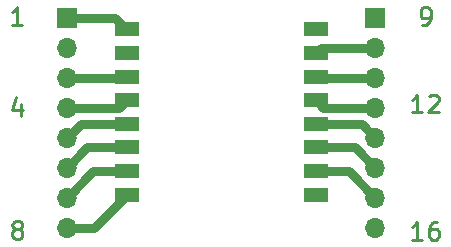
<source format=gbr>
%TF.GenerationSoftware,KiCad,Pcbnew,7.0.2*%
%TF.CreationDate,2024-04-09T17:47:28-07:00*%
%TF.ProjectId,RFM22BPCB,52464d32-3242-4504-9342-2e6b69636164,rev?*%
%TF.SameCoordinates,Original*%
%TF.FileFunction,Copper,L1,Top*%
%TF.FilePolarity,Positive*%
%FSLAX46Y46*%
G04 Gerber Fmt 4.6, Leading zero omitted, Abs format (unit mm)*
G04 Created by KiCad (PCBNEW 7.0.2) date 2024-04-09 17:47:28*
%MOMM*%
%LPD*%
G01*
G04 APERTURE LIST*
%ADD10C,0.250000*%
%TA.AperFunction,NonConductor*%
%ADD11C,0.250000*%
%TD*%
%TA.AperFunction,ComponentPad*%
%ADD12R,1.700000X1.700000*%
%TD*%
%TA.AperFunction,ComponentPad*%
%ADD13O,1.700000X1.700000*%
%TD*%
%TA.AperFunction,SMDPad,CuDef*%
%ADD14R,2.000000X1.300000*%
%TD*%
%TA.AperFunction,Conductor*%
%ADD15C,0.750000*%
%TD*%
%TA.AperFunction,Conductor*%
%ADD16C,0.250000*%
%TD*%
G04 APERTURE END LIST*
D10*
D11*
X178025371Y-113887828D02*
X177168228Y-113887828D01*
X177596799Y-113887828D02*
X177596799Y-112387828D01*
X177596799Y-112387828D02*
X177453942Y-112602114D01*
X177453942Y-112602114D02*
X177311085Y-112744971D01*
X177311085Y-112744971D02*
X177168228Y-112816400D01*
X179311085Y-112387828D02*
X179025370Y-112387828D01*
X179025370Y-112387828D02*
X178882513Y-112459257D01*
X178882513Y-112459257D02*
X178811085Y-112530685D01*
X178811085Y-112530685D02*
X178668227Y-112744971D01*
X178668227Y-112744971D02*
X178596799Y-113030685D01*
X178596799Y-113030685D02*
X178596799Y-113602114D01*
X178596799Y-113602114D02*
X178668227Y-113744971D01*
X178668227Y-113744971D02*
X178739656Y-113816400D01*
X178739656Y-113816400D02*
X178882513Y-113887828D01*
X178882513Y-113887828D02*
X179168227Y-113887828D01*
X179168227Y-113887828D02*
X179311085Y-113816400D01*
X179311085Y-113816400D02*
X179382513Y-113744971D01*
X179382513Y-113744971D02*
X179453942Y-113602114D01*
X179453942Y-113602114D02*
X179453942Y-113244971D01*
X179453942Y-113244971D02*
X179382513Y-113102114D01*
X179382513Y-113102114D02*
X179311085Y-113030685D01*
X179311085Y-113030685D02*
X179168227Y-112959257D01*
X179168227Y-112959257D02*
X178882513Y-112959257D01*
X178882513Y-112959257D02*
X178739656Y-113030685D01*
X178739656Y-113030685D02*
X178668227Y-113102114D01*
X178668227Y-113102114D02*
X178596799Y-113244971D01*
D10*
D11*
X178025371Y-103118228D02*
X177168228Y-103118228D01*
X177596799Y-103118228D02*
X177596799Y-101618228D01*
X177596799Y-101618228D02*
X177453942Y-101832514D01*
X177453942Y-101832514D02*
X177311085Y-101975371D01*
X177311085Y-101975371D02*
X177168228Y-102046800D01*
X178596799Y-101761085D02*
X178668227Y-101689657D01*
X178668227Y-101689657D02*
X178811085Y-101618228D01*
X178811085Y-101618228D02*
X179168227Y-101618228D01*
X179168227Y-101618228D02*
X179311085Y-101689657D01*
X179311085Y-101689657D02*
X179382513Y-101761085D01*
X179382513Y-101761085D02*
X179453942Y-101903942D01*
X179453942Y-101903942D02*
X179453942Y-102046800D01*
X179453942Y-102046800D02*
X179382513Y-102261085D01*
X179382513Y-102261085D02*
X178525370Y-103118228D01*
X178525370Y-103118228D02*
X179453942Y-103118228D01*
D10*
D11*
X143598828Y-112979885D02*
X143455971Y-112908457D01*
X143455971Y-112908457D02*
X143384542Y-112837028D01*
X143384542Y-112837028D02*
X143313114Y-112694171D01*
X143313114Y-112694171D02*
X143313114Y-112622742D01*
X143313114Y-112622742D02*
X143384542Y-112479885D01*
X143384542Y-112479885D02*
X143455971Y-112408457D01*
X143455971Y-112408457D02*
X143598828Y-112337028D01*
X143598828Y-112337028D02*
X143884542Y-112337028D01*
X143884542Y-112337028D02*
X144027400Y-112408457D01*
X144027400Y-112408457D02*
X144098828Y-112479885D01*
X144098828Y-112479885D02*
X144170257Y-112622742D01*
X144170257Y-112622742D02*
X144170257Y-112694171D01*
X144170257Y-112694171D02*
X144098828Y-112837028D01*
X144098828Y-112837028D02*
X144027400Y-112908457D01*
X144027400Y-112908457D02*
X143884542Y-112979885D01*
X143884542Y-112979885D02*
X143598828Y-112979885D01*
X143598828Y-112979885D02*
X143455971Y-113051314D01*
X143455971Y-113051314D02*
X143384542Y-113122742D01*
X143384542Y-113122742D02*
X143313114Y-113265600D01*
X143313114Y-113265600D02*
X143313114Y-113551314D01*
X143313114Y-113551314D02*
X143384542Y-113694171D01*
X143384542Y-113694171D02*
X143455971Y-113765600D01*
X143455971Y-113765600D02*
X143598828Y-113837028D01*
X143598828Y-113837028D02*
X143884542Y-113837028D01*
X143884542Y-113837028D02*
X144027400Y-113765600D01*
X144027400Y-113765600D02*
X144098828Y-113694171D01*
X144098828Y-113694171D02*
X144170257Y-113551314D01*
X144170257Y-113551314D02*
X144170257Y-113265600D01*
X144170257Y-113265600D02*
X144098828Y-113122742D01*
X144098828Y-113122742D02*
X144027400Y-113051314D01*
X144027400Y-113051314D02*
X143884542Y-112979885D01*
D10*
D11*
X144170257Y-95676028D02*
X143313114Y-95676028D01*
X143741685Y-95676028D02*
X143741685Y-94176028D01*
X143741685Y-94176028D02*
X143598828Y-94390314D01*
X143598828Y-94390314D02*
X143455971Y-94533171D01*
X143455971Y-94533171D02*
X143313114Y-94604600D01*
D10*
D11*
X178025371Y-95726828D02*
X178311085Y-95726828D01*
X178311085Y-95726828D02*
X178453942Y-95655400D01*
X178453942Y-95655400D02*
X178525371Y-95583971D01*
X178525371Y-95583971D02*
X178668228Y-95369685D01*
X178668228Y-95369685D02*
X178739657Y-95083971D01*
X178739657Y-95083971D02*
X178739657Y-94512542D01*
X178739657Y-94512542D02*
X178668228Y-94369685D01*
X178668228Y-94369685D02*
X178596800Y-94298257D01*
X178596800Y-94298257D02*
X178453942Y-94226828D01*
X178453942Y-94226828D02*
X178168228Y-94226828D01*
X178168228Y-94226828D02*
X178025371Y-94298257D01*
X178025371Y-94298257D02*
X177953942Y-94369685D01*
X177953942Y-94369685D02*
X177882514Y-94512542D01*
X177882514Y-94512542D02*
X177882514Y-94869685D01*
X177882514Y-94869685D02*
X177953942Y-95012542D01*
X177953942Y-95012542D02*
X178025371Y-95083971D01*
X178025371Y-95083971D02*
X178168228Y-95155400D01*
X178168228Y-95155400D02*
X178453942Y-95155400D01*
X178453942Y-95155400D02*
X178596800Y-95083971D01*
X178596800Y-95083971D02*
X178668228Y-95012542D01*
X178668228Y-95012542D02*
X178739657Y-94869685D01*
D10*
D11*
X144027400Y-102397628D02*
X144027400Y-103397628D01*
X143670257Y-101826200D02*
X143313114Y-102897628D01*
X143313114Y-102897628D02*
X144241685Y-102897628D01*
D12*
%TO.P,J1,1,Pin_1*%
%TO.N,/ANT*%
X147929600Y-95097600D03*
D13*
%TO.P,J1,2,Pin_2*%
%TO.N,/GND*%
X147929600Y-97637600D03*
%TO.P,J1,3,Pin_3*%
%TO.N,/RX_ANT*%
X147929600Y-100177600D03*
%TO.P,J1,4,Pin_4*%
%TO.N,/TX_ANT*%
X147929600Y-102717600D03*
%TO.P,J1,5,Pin_5*%
%TO.N,/VCC*%
X147929600Y-105257600D03*
%TO.P,J1,6,Pin_6*%
%TO.N,/GPIO_0*%
X147929600Y-107797600D03*
%TO.P,J1,7,Pin_7*%
%TO.N,/GPIO_1*%
X147929600Y-110337600D03*
%TO.P,J1,8,Pin_8*%
%TO.N,/GPIO_2*%
X147929600Y-112877600D03*
%TD*%
%TO.P,J2,8,Pin_8*%
%TO.N,/GND*%
X174066200Y-112877600D03*
%TO.P,J2,7,Pin_7*%
%TO.N,/SDO*%
X174066200Y-110337600D03*
%TO.P,J2,6,Pin_6*%
%TO.N,/SDI*%
X174066200Y-107797600D03*
%TO.P,J2,5,Pin_5*%
%TO.N,/SCK*%
X174066200Y-105257600D03*
%TO.P,J2,4,Pin_4*%
%TO.N,/NSEL*%
X174066200Y-102717600D03*
%TO.P,J2,3,Pin_3*%
%TO.N,/NIRQ*%
X174066200Y-100177600D03*
%TO.P,J2,2,Pin_2*%
%TO.N,/SDN*%
X174066200Y-97637600D03*
D12*
%TO.P,J2,1,Pin_1*%
%TO.N,/GND*%
X174066200Y-95097600D03*
%TD*%
D14*
%TO.P,U1,16,GND*%
%TO.N,/GND*%
X169011600Y-110083600D03*
%TO.P,U1,15,SDO*%
%TO.N,/SDO*%
X169011600Y-108083600D03*
%TO.P,U1,14,SDI*%
%TO.N,/SDI*%
X169011600Y-106083600D03*
%TO.P,U1,13,SCK_*%
%TO.N,/SCK*%
X169011600Y-104083600D03*
%TO.P,U1,12,NSEL*%
%TO.N,/NSEL*%
X169011600Y-102083600D03*
%TO.P,U1,11,NIRQ*%
%TO.N,/NIRQ*%
X169011600Y-100083600D03*
%TO.P,U1,10,SDN*%
%TO.N,/SDN*%
X169011600Y-98083600D03*
%TO.P,U1,9,GND*%
%TO.N,/GND*%
X169011600Y-96083600D03*
%TO.P,U1,8,GPIO_2*%
%TO.N,/GPIO_2*%
X153011600Y-110083600D03*
%TO.P,U1,7,GPIO_1*%
%TO.N,/GPIO_1*%
X153011600Y-108083600D03*
%TO.P,U1,6,GPIO_0*%
%TO.N,/GPIO_0*%
X153011600Y-106083600D03*
%TO.P,U1,5,VCC*%
%TO.N,/VCC*%
X153011600Y-104083600D03*
%TO.P,U1,4,TX_ANT*%
%TO.N,/TX_ANT*%
X153011600Y-102083600D03*
%TO.P,U1,3,RX_ANT*%
%TO.N,/RX_ANT*%
X153011600Y-100083600D03*
%TO.P,U1,2,GND*%
%TO.N,/GND*%
X153011600Y-98083600D03*
%TO.P,U1,1,ANT*%
%TO.N,/ANT*%
X153011600Y-96083600D03*
%TD*%
D15*
%TO.N,/SDO*%
X171812200Y-108083600D02*
X169011600Y-108083600D01*
X174066200Y-110337600D02*
X171812200Y-108083600D01*
%TO.N,/SDI*%
X172352200Y-106083600D02*
X169011600Y-106083600D01*
X174066200Y-107797600D02*
X172352200Y-106083600D01*
%TO.N,/SCK*%
X174066200Y-105257600D02*
X172892200Y-104083600D01*
X172892200Y-104083600D02*
X169011600Y-104083600D01*
%TO.N,/NSEL*%
X174066200Y-102717600D02*
X169645600Y-102717600D01*
X169645600Y-102717600D02*
X169011600Y-102083600D01*
D16*
%TO.N,/NIRQ*%
X169105600Y-100177600D02*
X169011600Y-100083600D01*
D15*
X174066200Y-100177600D02*
X169105600Y-100177600D01*
%TO.N,/SDN*%
X169457600Y-97637600D02*
X169011600Y-98083600D01*
X174066200Y-97637600D02*
X169457600Y-97637600D01*
%TO.N,/GPIO_2*%
X150217600Y-112877600D02*
X153011600Y-110083600D01*
X147929600Y-112877600D02*
X150217600Y-112877600D01*
%TO.N,/GPIO_1*%
X150183600Y-108083600D02*
X153011600Y-108083600D01*
X147929600Y-110337600D02*
X150183600Y-108083600D01*
%TO.N,/GPIO_0*%
X149643600Y-106083600D02*
X153011600Y-106083600D01*
X147929600Y-107797600D02*
X149643600Y-106083600D01*
%TO.N,/VCC*%
X149103600Y-104083600D02*
X153011600Y-104083600D01*
X147929600Y-105257600D02*
X149103600Y-104083600D01*
%TO.N,/TX_ANT*%
X152377600Y-102717600D02*
X153011600Y-102083600D01*
X147929600Y-102717600D02*
X152377600Y-102717600D01*
D16*
%TO.N,/RX_ANT*%
X152917600Y-100177600D02*
X153011600Y-100083600D01*
D15*
X147929600Y-100177600D02*
X152917600Y-100177600D01*
%TO.N,/ANT*%
X152025600Y-95097600D02*
X153011600Y-96083600D01*
X147929600Y-95097600D02*
X152025600Y-95097600D01*
D16*
%TO.N,/RX_ANT*%
X152750000Y-99822000D02*
X153011600Y-100083600D01*
%TO.N,/VCC*%
X153006000Y-104089200D02*
X153011600Y-104083600D01*
%TD*%
M02*

</source>
